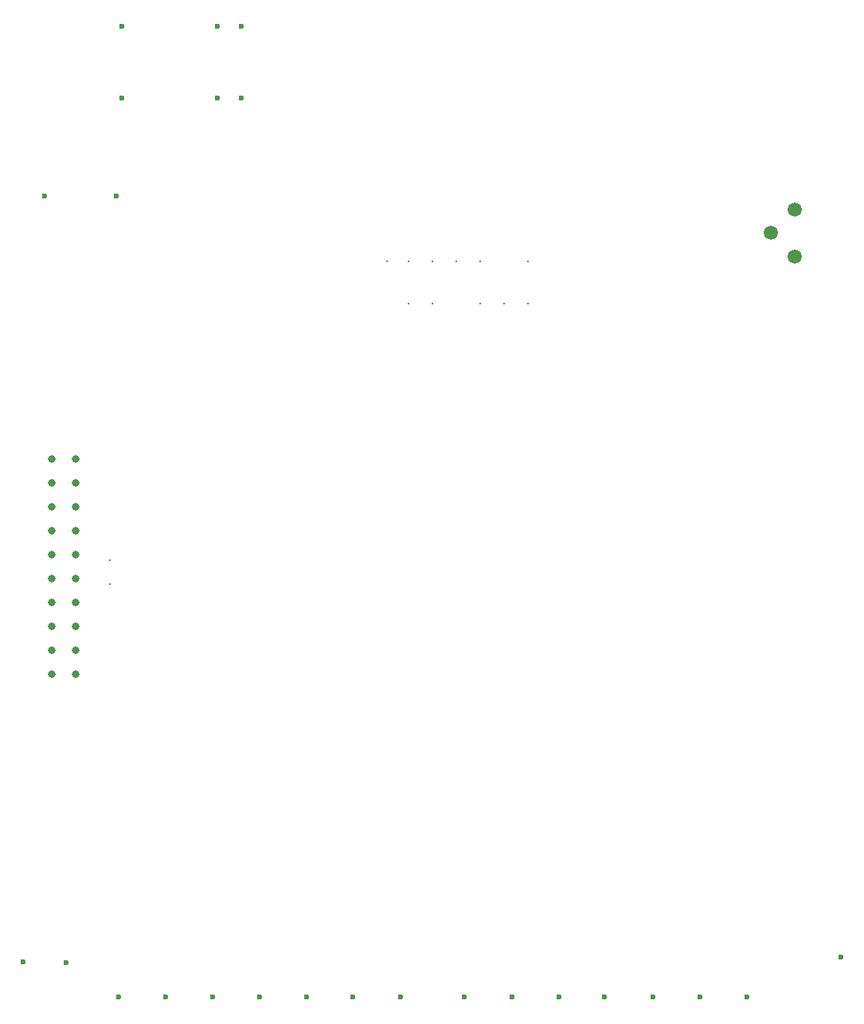
<source format=gbr>
%TF.GenerationSoftware,KiCad,Pcbnew,9.0.1*%
%TF.CreationDate,2025-09-16T21:50:05+03:00*%
%TF.ProjectId,v1,76312e6b-6963-4616-945f-706362585858,rev?*%
%TF.SameCoordinates,Original*%
%TF.FileFunction,Plated,1,2,PTH,Drill*%
%TF.FilePolarity,Positive*%
%FSLAX46Y46*%
G04 Gerber Fmt 4.6, Leading zero omitted, Abs format (unit mm)*
G04 Created by KiCad (PCBNEW 9.0.1) date 2025-09-16 21:50:05*
%MOMM*%
%LPD*%
G01*
G04 APERTURE LIST*
%TA.AperFunction,ViaDrill*%
%ADD10C,0.300000*%
%TD*%
%TA.AperFunction,ViaDrill*%
%ADD11C,0.600000*%
%TD*%
%TA.AperFunction,ComponentDrill*%
%ADD12C,0.600000*%
%TD*%
%TA.AperFunction,ComponentDrill*%
%ADD13C,0.800000*%
%TD*%
%TA.AperFunction,ViaDrill*%
%ADD14C,1.500000*%
%TD*%
G04 APERTURE END LIST*
D10*
X105410000Y-97155000D03*
X105410000Y-99695000D03*
X134875000Y-65405000D03*
X137160000Y-65405000D03*
X137160000Y-69850000D03*
X139700000Y-65405000D03*
X139700000Y-69850000D03*
X142240000Y-65405000D03*
X144780000Y-65405000D03*
X144780000Y-69850000D03*
X147320000Y-69850000D03*
X149860000Y-65405000D03*
X149860000Y-69850000D03*
D11*
X96189800Y-139827000D03*
X100736400Y-139903200D03*
X106300000Y-143500000D03*
X111300000Y-143500000D03*
X116300000Y-143500000D03*
X121300000Y-143500000D03*
X126300000Y-143500000D03*
X131200000Y-143500000D03*
X136300000Y-143500000D03*
X143100000Y-143500000D03*
X148100000Y-143500000D03*
X153100000Y-143500000D03*
X158000000Y-143500000D03*
X163100000Y-143500000D03*
X168100000Y-143500000D03*
X173100000Y-143500000D03*
X183100000Y-139300000D03*
D12*
%TO.C,BZ1*%
X98435000Y-58420000D03*
X106035000Y-58420000D03*
%TO.C,K1*%
X106680000Y-40429337D03*
X106680000Y-48049337D03*
X116840000Y-40429337D03*
X116840000Y-48049337D03*
X119380000Y-40429337D03*
X119380000Y-48049337D03*
D13*
%TO.C,J17*%
X99177500Y-86360000D03*
X99177500Y-88900000D03*
X99177500Y-91440000D03*
X99177500Y-93980000D03*
X99177500Y-96520000D03*
X99177500Y-99060000D03*
X99177500Y-101600000D03*
X99177500Y-104140000D03*
X99177500Y-106680000D03*
X99177500Y-109220000D03*
X101717500Y-86360000D03*
X101717500Y-88900000D03*
X101717500Y-91440000D03*
X101717500Y-93980000D03*
X101717500Y-96520000D03*
X101717500Y-99060000D03*
X101717500Y-101600000D03*
X101717500Y-104140000D03*
X101717500Y-106680000D03*
X101717500Y-109220000D03*
%TD*%
D14*
X175693596Y-62358338D03*
X178193596Y-59858338D03*
X178193596Y-64858338D03*
M02*

</source>
